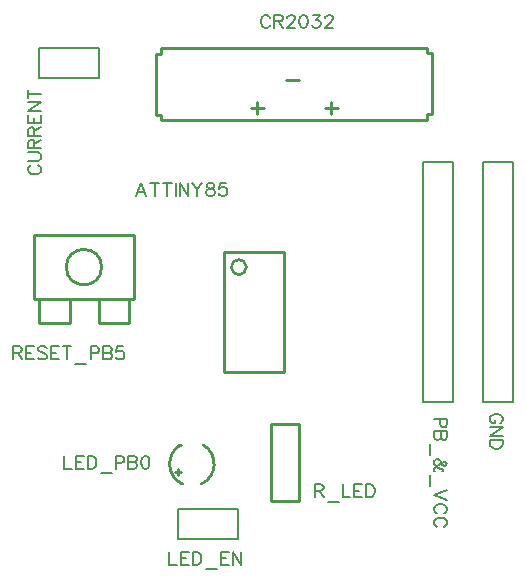
<source format=gto>
G04 Layer: TopSilkLayer*
G04 EasyEDA v6.4.7, 2020-12-07T19:31:32+01:00*
G04 02f0051ec37e44d6b2a2dac138836381,6c12292d01d74c0c9c6e030c211cd8ae,10*
G04 Gerber Generator version 0.2*
G04 Scale: 100 percent, Rotated: No, Reflected: No *
G04 Dimensions in millimeters *
G04 leading zeros omitted , absolute positions ,3 integer and 3 decimal *
%FSLAX33Y33*%
%MOMM*%
G90*
D02*

%ADD10C,0.254000*%
%ADD17C,0.203200*%
%ADD18C,0.202999*%
%ADD19C,0.152400*%

%LPD*%
G54D10*
G01X29852Y10211D02*
G01X27551Y10211D01*
G01X27551Y10211D02*
G01X27551Y16712D01*
G01X27582Y16712D02*
G01X29821Y16712D01*
G01X29852Y16712D02*
G01X29852Y10211D01*
G01X18211Y42409D02*
G01X40690Y42409D01*
G01X40690Y42926D01*
G01X41096Y42926D01*
G01X17780Y42824D02*
G01X17780Y48006D01*
G01X17801Y42824D02*
G01X18211Y42824D01*
G01X18211Y42418D01*
G01X28756Y45792D02*
G01X29874Y45792D01*
G01X26369Y42896D02*
G01X26369Y43937D01*
G01X25810Y43455D02*
G01X26927Y43455D01*
G01X32058Y43455D02*
G01X33176Y43455D01*
G01X32617Y42896D02*
G01X32617Y43937D01*
G01X17780Y48006D02*
G01X18186Y48006D01*
G01X18186Y48509D01*
G01X40716Y48509D01*
G01X40716Y48103D01*
G01X41126Y48103D01*
G01X41126Y42926D01*
G01X7484Y32672D02*
G01X15884Y32672D01*
G01X15884Y27271D01*
G01X7484Y27271D01*
G01X7484Y32672D01*
G01X7883Y27271D02*
G01X10483Y27271D01*
G01X10483Y25271D01*
G01X7883Y25271D01*
G01X7883Y27271D01*
G01X12924Y27271D02*
G01X15523Y27271D01*
G01X15523Y25271D01*
G01X12924Y25271D01*
G01X12924Y27271D01*
G01X23528Y31242D02*
G01X28608Y31242D01*
G01X28608Y21082D01*
G01X23528Y21082D01*
G01X23528Y31242D01*
G01X28608Y31242D01*
G54D17*
G01X48006Y18542D02*
G01X45466Y18542D01*
G01X45466Y38862D01*
G01X48006Y38862D01*
G01X48006Y36957D01*
G54D18*
G01X48006Y18542D02*
G01X48006Y36957D01*
G54D17*
G01X42926Y18542D02*
G01X40386Y18542D01*
G01X40386Y38862D01*
G01X42926Y38862D01*
G01X42926Y36957D01*
G54D18*
G01X42926Y18542D02*
G01X42926Y36957D01*
G54D10*
G01X19828Y14904D02*
G01X19881Y14904D01*
G01X21780Y14924D02*
G01X21768Y14924D01*
G01X19428Y12635D02*
G01X19936Y12635D01*
G01X19682Y12381D02*
G01X19682Y12889D01*
G54D17*
G01X19685Y6985D02*
G01X19685Y9499D01*
G01X24765Y9499D01*
G01X24765Y6985D01*
G01X19685Y6985D01*
G01X12954Y48514D02*
G01X12954Y45999D01*
G01X7874Y45999D01*
G01X7874Y48514D01*
G01X12954Y48514D01*
G54D19*
G01X31242Y11567D02*
G01X31242Y10477D01*
G01X31242Y11567D02*
G01X31709Y11567D01*
G01X31864Y11516D01*
G01X31917Y11463D01*
G01X31968Y11358D01*
G01X31968Y11254D01*
G01X31917Y11150D01*
G01X31864Y11099D01*
G01X31709Y11049D01*
G01X31242Y11049D01*
G01X31605Y11049D02*
G01X31968Y10477D01*
G01X32311Y10111D02*
G01X33248Y10111D01*
G01X33591Y11567D02*
G01X33591Y10477D01*
G01X33591Y10477D02*
G01X34213Y10477D01*
G01X34556Y11567D02*
G01X34556Y10477D01*
G01X34556Y11567D02*
G01X35232Y11567D01*
G01X34556Y11049D02*
G01X34973Y11049D01*
G01X34556Y10477D02*
G01X35232Y10477D01*
G01X35575Y11567D02*
G01X35575Y10477D01*
G01X35575Y11567D02*
G01X35938Y11567D01*
G01X36093Y11516D01*
G01X36197Y11412D01*
G01X36250Y11308D01*
G01X36301Y11150D01*
G01X36301Y10891D01*
G01X36250Y10736D01*
G01X36197Y10632D01*
G01X36093Y10528D01*
G01X35938Y10477D01*
G01X35575Y10477D01*
G01X27449Y51059D02*
G01X27396Y51163D01*
G01X27292Y51267D01*
G01X27190Y51318D01*
G01X26982Y51318D01*
G01X26878Y51267D01*
G01X26774Y51163D01*
G01X26720Y51059D01*
G01X26670Y50901D01*
G01X26670Y50642D01*
G01X26720Y50487D01*
G01X26774Y50383D01*
G01X26878Y50279D01*
G01X26982Y50228D01*
G01X27190Y50228D01*
G01X27292Y50279D01*
G01X27396Y50383D01*
G01X27449Y50487D01*
G01X27792Y51318D02*
G01X27792Y50228D01*
G01X27792Y51318D02*
G01X28260Y51318D01*
G01X28414Y51267D01*
G01X28468Y51214D01*
G01X28519Y51109D01*
G01X28519Y51005D01*
G01X28468Y50901D01*
G01X28414Y50850D01*
G01X28260Y50800D01*
G01X27792Y50800D01*
G01X28155Y50800D02*
G01X28519Y50228D01*
G01X28915Y51059D02*
G01X28915Y51109D01*
G01X28966Y51214D01*
G01X29019Y51267D01*
G01X29121Y51318D01*
G01X29329Y51318D01*
G01X29433Y51267D01*
G01X29486Y51214D01*
G01X29537Y51109D01*
G01X29537Y51005D01*
G01X29486Y50901D01*
G01X29382Y50746D01*
G01X28862Y50228D01*
G01X29591Y50228D01*
G01X30243Y51318D02*
G01X30088Y51267D01*
G01X29984Y51109D01*
G01X29933Y50850D01*
G01X29933Y50695D01*
G01X29984Y50434D01*
G01X30088Y50279D01*
G01X30243Y50228D01*
G01X30347Y50228D01*
G01X30505Y50279D01*
G01X30607Y50434D01*
G01X30660Y50695D01*
G01X30660Y50850D01*
G01X30607Y51109D01*
G01X30505Y51267D01*
G01X30347Y51318D01*
G01X30243Y51318D01*
G01X31107Y51318D02*
G01X31678Y51318D01*
G01X31366Y50901D01*
G01X31521Y50901D01*
G01X31625Y50850D01*
G01X31678Y50800D01*
G01X31729Y50642D01*
G01X31729Y50538D01*
G01X31678Y50383D01*
G01X31574Y50279D01*
G01X31419Y50228D01*
G01X31262Y50228D01*
G01X31107Y50279D01*
G01X31054Y50330D01*
G01X31003Y50434D01*
G01X32125Y51059D02*
G01X32125Y51109D01*
G01X32176Y51214D01*
G01X32230Y51267D01*
G01X32334Y51318D01*
G01X32539Y51318D01*
G01X32644Y51267D01*
G01X32697Y51214D01*
G01X32748Y51109D01*
G01X32748Y51005D01*
G01X32697Y50901D01*
G01X32593Y50746D01*
G01X32072Y50228D01*
G01X32801Y50228D01*
G01X5715Y23251D02*
G01X5715Y22161D01*
G01X5715Y23251D02*
G01X6182Y23251D01*
G01X6337Y23200D01*
G01X6390Y23147D01*
G01X6441Y23042D01*
G01X6441Y22938D01*
G01X6390Y22834D01*
G01X6337Y22783D01*
G01X6182Y22733D01*
G01X5715Y22733D01*
G01X6078Y22733D02*
G01X6441Y22161D01*
G01X6784Y23251D02*
G01X6784Y22161D01*
G01X6784Y23251D02*
G01X7459Y23251D01*
G01X6784Y22733D02*
G01X7200Y22733D01*
G01X6784Y22161D02*
G01X7459Y22161D01*
G01X8531Y23096D02*
G01X8427Y23200D01*
G01X8270Y23251D01*
G01X8064Y23251D01*
G01X7907Y23200D01*
G01X7802Y23096D01*
G01X7802Y22992D01*
G01X7856Y22887D01*
G01X7907Y22834D01*
G01X8011Y22783D01*
G01X8323Y22679D01*
G01X8427Y22628D01*
G01X8478Y22575D01*
G01X8531Y22471D01*
G01X8531Y22316D01*
G01X8427Y22212D01*
G01X8270Y22161D01*
G01X8064Y22161D01*
G01X7907Y22212D01*
G01X7802Y22316D01*
G01X8874Y23251D02*
G01X8874Y22161D01*
G01X8874Y23251D02*
G01X9550Y23251D01*
G01X8874Y22733D02*
G01X9288Y22733D01*
G01X8874Y22161D02*
G01X9550Y22161D01*
G01X10256Y23251D02*
G01X10256Y22161D01*
G01X9893Y23251D02*
G01X10619Y23251D01*
G01X10962Y21795D02*
G01X11897Y21795D01*
G01X12240Y23251D02*
G01X12240Y22161D01*
G01X12240Y23251D02*
G01X12707Y23251D01*
G01X12865Y23200D01*
G01X12915Y23147D01*
G01X12966Y23042D01*
G01X12966Y22887D01*
G01X12915Y22783D01*
G01X12865Y22733D01*
G01X12707Y22679D01*
G01X12240Y22679D01*
G01X13309Y23251D02*
G01X13309Y22161D01*
G01X13309Y23251D02*
G01X13779Y23251D01*
G01X13934Y23200D01*
G01X13985Y23147D01*
G01X14038Y23042D01*
G01X14038Y22938D01*
G01X13985Y22834D01*
G01X13934Y22783D01*
G01X13779Y22733D01*
G01X13309Y22733D02*
G01X13779Y22733D01*
G01X13934Y22679D01*
G01X13985Y22628D01*
G01X14038Y22524D01*
G01X14038Y22367D01*
G01X13985Y22263D01*
G01X13934Y22212D01*
G01X13779Y22161D01*
G01X13309Y22161D01*
G01X15003Y23251D02*
G01X14485Y23251D01*
G01X14432Y22783D01*
G01X14485Y22834D01*
G01X14640Y22887D01*
G01X14795Y22887D01*
G01X14952Y22834D01*
G01X15057Y22733D01*
G01X15107Y22575D01*
G01X15107Y22471D01*
G01X15057Y22316D01*
G01X14952Y22212D01*
G01X14795Y22161D01*
G01X14640Y22161D01*
G01X14485Y22212D01*
G01X14432Y22263D01*
G01X14381Y22367D01*
G01X16545Y37094D02*
G01X16128Y36004D01*
G01X16545Y37094D02*
G01X16959Y36004D01*
G01X16283Y36367D02*
G01X16804Y36367D01*
G01X17667Y37094D02*
G01X17667Y36004D01*
G01X17302Y37094D02*
G01X18031Y37094D01*
G01X18737Y37094D02*
G01X18737Y36004D01*
G01X18374Y37094D02*
G01X19100Y37094D01*
G01X19443Y37094D02*
G01X19443Y36004D01*
G01X19786Y37094D02*
G01X19786Y36004D01*
G01X19786Y37094D02*
G01X20512Y36004D01*
G01X20512Y37094D02*
G01X20512Y36004D01*
G01X20855Y37094D02*
G01X21272Y36576D01*
G01X21272Y36004D01*
G01X21688Y37094D02*
G01X21272Y36576D01*
G01X22290Y37094D02*
G01X22135Y37043D01*
G01X22082Y36939D01*
G01X22082Y36835D01*
G01X22135Y36730D01*
G01X22239Y36677D01*
G01X22445Y36626D01*
G01X22603Y36576D01*
G01X22707Y36471D01*
G01X22758Y36367D01*
G01X22758Y36210D01*
G01X22707Y36106D01*
G01X22654Y36055D01*
G01X22499Y36004D01*
G01X22290Y36004D01*
G01X22135Y36055D01*
G01X22082Y36106D01*
G01X22031Y36210D01*
G01X22031Y36367D01*
G01X22082Y36471D01*
G01X22186Y36576D01*
G01X22341Y36626D01*
G01X22549Y36677D01*
G01X22654Y36730D01*
G01X22707Y36835D01*
G01X22707Y36939D01*
G01X22654Y37043D01*
G01X22499Y37094D01*
G01X22290Y37094D01*
G01X23725Y37094D02*
G01X23205Y37094D01*
G01X23154Y36626D01*
G01X23205Y36677D01*
G01X23360Y36730D01*
G01X23517Y36730D01*
G01X23672Y36677D01*
G01X23776Y36576D01*
G01X23827Y36418D01*
G01X23827Y36314D01*
G01X23776Y36159D01*
G01X23672Y36055D01*
G01X23517Y36004D01*
G01X23360Y36004D01*
G01X23205Y36055D01*
G01X23154Y36106D01*
G01X23101Y36210D01*
G01X46868Y16746D02*
G01X46972Y16799D01*
G01X47076Y16903D01*
G01X47127Y17005D01*
G01X47127Y17213D01*
G01X47076Y17317D01*
G01X46972Y17421D01*
G01X46868Y17475D01*
G01X46710Y17526D01*
G01X46451Y17526D01*
G01X46296Y17475D01*
G01X46192Y17421D01*
G01X46088Y17317D01*
G01X46037Y17213D01*
G01X46037Y17005D01*
G01X46088Y16903D01*
G01X46192Y16799D01*
G01X46296Y16746D01*
G01X46451Y16746D01*
G01X46451Y17005D02*
G01X46451Y16746D01*
G01X47127Y16403D02*
G01X46037Y16403D01*
G01X47127Y16403D02*
G01X46037Y15676D01*
G01X47127Y15676D02*
G01X46037Y15676D01*
G01X47127Y15333D02*
G01X46037Y15333D01*
G01X47127Y15333D02*
G01X47127Y14970D01*
G01X47076Y14813D01*
G01X46972Y14709D01*
G01X46868Y14658D01*
G01X46710Y14605D01*
G01X46451Y14605D01*
G01X46296Y14658D01*
G01X46192Y14709D01*
G01X46088Y14813D01*
G01X46037Y14970D01*
G01X46037Y15333D01*
G01X42428Y17145D02*
G01X41338Y17145D01*
G01X42428Y17145D02*
G01X42428Y16677D01*
G01X42377Y16522D01*
G01X42324Y16469D01*
G01X42219Y16418D01*
G01X42064Y16418D01*
G01X41960Y16469D01*
G01X41910Y16522D01*
G01X41856Y16677D01*
G01X41856Y17145D01*
G01X42428Y16075D02*
G01X41338Y16075D01*
G01X42428Y16075D02*
G01X42428Y15608D01*
G01X42377Y15450D01*
G01X42324Y15400D01*
G01X42219Y15346D01*
G01X42115Y15346D01*
G01X42011Y15400D01*
G01X41960Y15450D01*
G01X41910Y15608D01*
G01X41910Y16075D02*
G01X41910Y15608D01*
G01X41856Y15450D01*
G01X41805Y15400D01*
G01X41701Y15346D01*
G01X41544Y15346D01*
G01X41440Y15400D01*
G01X41389Y15450D01*
G01X41338Y15608D01*
G01X41338Y16075D01*
G01X40972Y15003D02*
G01X40972Y14069D01*
G01X41960Y12687D02*
G01X42011Y12687D01*
G01X42064Y12738D01*
G01X42064Y12791D01*
G01X42011Y12842D01*
G01X41910Y12895D01*
G01X41648Y12999D01*
G01X41493Y13103D01*
G01X41389Y13208D01*
G01X41338Y13309D01*
G01X41338Y13517D01*
G01X41389Y13622D01*
G01X41440Y13675D01*
G01X41544Y13726D01*
G01X41648Y13726D01*
G01X41752Y13675D01*
G01X41805Y13622D01*
G01X42011Y13258D01*
G01X42064Y13208D01*
G01X42169Y13154D01*
G01X42273Y13154D01*
G01X42377Y13208D01*
G01X42428Y13309D01*
G01X42377Y13413D01*
G01X42273Y13467D01*
G01X42169Y13467D01*
G01X42011Y13413D01*
G01X41856Y13309D01*
G01X41493Y13050D01*
G01X41389Y12946D01*
G01X41338Y12842D01*
G01X41338Y12738D01*
G01X41389Y12687D01*
G01X41440Y12687D01*
G01X40972Y12344D02*
G01X40972Y11409D01*
G01X42428Y11066D02*
G01X41338Y10650D01*
G01X42428Y10236D02*
G01X41338Y10650D01*
G01X42169Y9113D02*
G01X42273Y9164D01*
G01X42377Y9268D01*
G01X42428Y9372D01*
G01X42428Y9580D01*
G01X42377Y9685D01*
G01X42273Y9789D01*
G01X42169Y9839D01*
G01X42011Y9893D01*
G01X41752Y9893D01*
G01X41597Y9839D01*
G01X41493Y9789D01*
G01X41389Y9685D01*
G01X41338Y9580D01*
G01X41338Y9372D01*
G01X41389Y9268D01*
G01X41493Y9164D01*
G01X41597Y9113D01*
G01X42169Y7990D02*
G01X42273Y8041D01*
G01X42377Y8145D01*
G01X42428Y8249D01*
G01X42428Y8458D01*
G01X42377Y8562D01*
G01X42273Y8666D01*
G01X42169Y8717D01*
G01X42011Y8770D01*
G01X41752Y8770D01*
G01X41597Y8717D01*
G01X41493Y8666D01*
G01X41389Y8562D01*
G01X41338Y8458D01*
G01X41338Y8249D01*
G01X41389Y8145D01*
G01X41493Y8041D01*
G01X41597Y7990D01*
G01X10033Y13979D02*
G01X10033Y12890D01*
G01X10033Y12890D02*
G01X10655Y12890D01*
G01X10998Y13979D02*
G01X10998Y12890D01*
G01X10998Y13979D02*
G01X11673Y13979D01*
G01X10998Y13461D02*
G01X11414Y13461D01*
G01X10998Y12890D02*
G01X11673Y12890D01*
G01X12016Y13979D02*
G01X12016Y12890D01*
G01X12016Y13979D02*
G01X12382Y13979D01*
G01X12537Y13928D01*
G01X12641Y13824D01*
G01X12692Y13720D01*
G01X12745Y13565D01*
G01X12745Y13304D01*
G01X12692Y13149D01*
G01X12641Y13044D01*
G01X12537Y12940D01*
G01X12382Y12890D01*
G01X12016Y12890D01*
G01X13088Y12526D02*
G01X14023Y12526D01*
G01X14366Y13979D02*
G01X14366Y12890D01*
G01X14366Y13979D02*
G01X14833Y13979D01*
G01X14988Y13928D01*
G01X15041Y13875D01*
G01X15092Y13771D01*
G01X15092Y13616D01*
G01X15041Y13512D01*
G01X14988Y13461D01*
G01X14833Y13408D01*
G01X14366Y13408D01*
G01X15435Y13979D02*
G01X15435Y12890D01*
G01X15435Y13979D02*
G01X15902Y13979D01*
G01X16060Y13928D01*
G01X16111Y13875D01*
G01X16164Y13771D01*
G01X16164Y13669D01*
G01X16111Y13565D01*
G01X16060Y13512D01*
G01X15902Y13461D01*
G01X15435Y13461D02*
G01X15902Y13461D01*
G01X16060Y13408D01*
G01X16111Y13357D01*
G01X16164Y13253D01*
G01X16164Y13098D01*
G01X16111Y12994D01*
G01X16060Y12940D01*
G01X15902Y12890D01*
G01X15435Y12890D01*
G01X16817Y13979D02*
G01X16662Y13928D01*
G01X16558Y13771D01*
G01X16507Y13512D01*
G01X16507Y13357D01*
G01X16558Y13098D01*
G01X16662Y12940D01*
G01X16817Y12890D01*
G01X16921Y12890D01*
G01X17078Y12940D01*
G01X17183Y13098D01*
G01X17233Y13357D01*
G01X17233Y13512D01*
G01X17183Y13771D01*
G01X17078Y13928D01*
G01X16921Y13979D01*
G01X16817Y13979D01*
G01X18923Y5852D02*
G01X18923Y4762D01*
G01X18923Y4762D02*
G01X19545Y4762D01*
G01X19888Y5852D02*
G01X19888Y4762D01*
G01X19888Y5852D02*
G01X20563Y5852D01*
G01X19888Y5334D02*
G01X20304Y5334D01*
G01X19888Y4762D02*
G01X20563Y4762D01*
G01X20906Y5852D02*
G01X20906Y4762D01*
G01X20906Y5852D02*
G01X21272Y5852D01*
G01X21427Y5801D01*
G01X21531Y5697D01*
G01X21582Y5593D01*
G01X21635Y5435D01*
G01X21635Y5176D01*
G01X21582Y5021D01*
G01X21531Y4917D01*
G01X21427Y4813D01*
G01X21272Y4762D01*
G01X20906Y4762D01*
G01X21978Y4396D02*
G01X22913Y4396D01*
G01X23256Y5852D02*
G01X23256Y4762D01*
G01X23256Y5852D02*
G01X23931Y5852D01*
G01X23256Y5334D02*
G01X23672Y5334D01*
G01X23256Y4762D02*
G01X23931Y4762D01*
G01X24274Y5852D02*
G01X24274Y4762D01*
G01X24274Y5852D02*
G01X25001Y4762D01*
G01X25001Y5852D02*
G01X25001Y4762D01*
G01X7233Y38625D02*
G01X7129Y38572D01*
G01X7025Y38468D01*
G01X6974Y38366D01*
G01X6974Y38158D01*
G01X7025Y38054D01*
G01X7129Y37950D01*
G01X7233Y37896D01*
G01X7391Y37846D01*
G01X7650Y37846D01*
G01X7805Y37896D01*
G01X7909Y37950D01*
G01X8013Y38054D01*
G01X8064Y38158D01*
G01X8064Y38366D01*
G01X8013Y38468D01*
G01X7909Y38572D01*
G01X7805Y38625D01*
G01X6974Y38968D02*
G01X7754Y38968D01*
G01X7909Y39019D01*
G01X8013Y39123D01*
G01X8064Y39281D01*
G01X8064Y39382D01*
G01X8013Y39540D01*
G01X7909Y39644D01*
G01X7754Y39695D01*
G01X6974Y39695D01*
G01X6974Y40038D02*
G01X8064Y40038D01*
G01X6974Y40038D02*
G01X6974Y40505D01*
G01X7025Y40662D01*
G01X7078Y40713D01*
G01X7183Y40767D01*
G01X7287Y40767D01*
G01X7391Y40713D01*
G01X7442Y40662D01*
G01X7493Y40505D01*
G01X7493Y40038D01*
G01X7493Y40401D02*
G01X8064Y40767D01*
G01X6974Y41109D02*
G01X8064Y41109D01*
G01X6974Y41109D02*
G01X6974Y41577D01*
G01X7025Y41732D01*
G01X7078Y41783D01*
G01X7183Y41836D01*
G01X7287Y41836D01*
G01X7391Y41783D01*
G01X7442Y41732D01*
G01X7493Y41577D01*
G01X7493Y41109D01*
G01X7493Y41473D02*
G01X8064Y41836D01*
G01X6974Y42179D02*
G01X8064Y42179D01*
G01X6974Y42179D02*
G01X6974Y42854D01*
G01X7493Y42179D02*
G01X7493Y42595D01*
G01X8064Y42179D02*
G01X8064Y42854D01*
G01X6974Y43197D02*
G01X8064Y43197D01*
G01X6974Y43197D02*
G01X8064Y43924D01*
G01X6974Y43924D02*
G01X8064Y43924D01*
G01X6974Y44630D02*
G01X8064Y44630D01*
G01X6974Y44267D02*
G01X6974Y44996D01*
G54D10*
G75*
G01X19828Y14905D02*
G03X20025Y11598I1000J-1600D01*
G01*
G75*
G01X21628Y11605D02*
G03X21781Y14924I-800J1700D01*
G01*
G75*
G01X13184Y29972D02*
G03X13184Y29972I-1500J0D01*
G01*
G75*
G01X25433Y29972D02*
G03X25433Y29972I-635J0D01*
G01*
M00*
M02*

</source>
